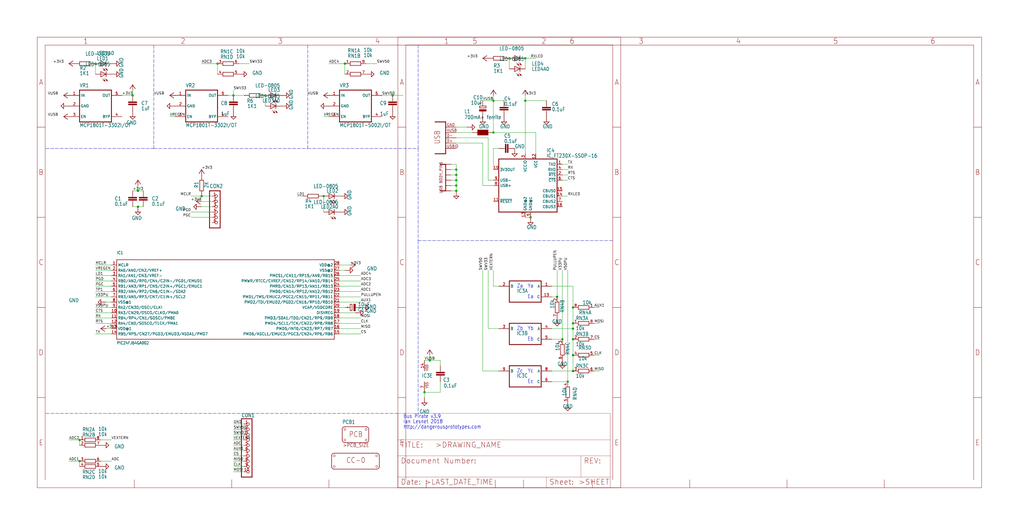
<source format=kicad_sch>
(kicad_sch (version 20211123) (generator eeschema)
  (paper "User" 490.22 254.406)
  (junction (at 165.1 30.48))
  (junction (at 251.46 27.94))
  (junction (at 38.1 220.98))
  (junction (at 236.22 63.5))
  (junction (at 251.46 48.26))
  (junction (at 187.96 45.72))
  (junction (at 269.24 162.56))
  (junction (at 243.84 27.94))
  (junction (at 203.2 187.96))
  (junction (at 63.5 45.72))
  (junction (at 218.44 86.36))
  (junction (at 218.44 88.9))
  (junction (at 274.32 157.48))
  (junction (at 274.32 170.18))
  (junction (at 218.44 91.44))
  (junction (at 205.74 172.72))
  (junction (at 111.76 45.72))
  (junction (at 45.72 30.48))
  (junction (at 104.14 30.48))
  (junction (at 66.04 99.06))
  (junction (at 274.32 162.56))
  (junction (at 154.94 93.98))
  (junction (at 274.32 177.8))
  (junction (at 38.1 210.82))
  (junction (at 218.44 81.28))
  (junction (at 274.32 147.32))
  (junction (at 236.22 48.26))
  (junction (at 254 104.14))
  (junction (at 66.04 91.44))
  (junction (at 218.44 83.82))
  (junction (at 127 45.72))
  (junction (at 271.78 182.88))
  (junction (at 266.7 142.24))
  (junction (at 274.32 154.94))
  (junction (at 96.52 93.98))
  (wire (pts (xy 218.44 60.96) (xy 223.52 60.96)))
  (wire (pts (xy 284.48 162.56) (xy 287.02 162.56)))
  (polyline (pts (xy 73.66 21.59) (xy 73.66 71.12)))
  (wire (pts (xy 274.32 162.56) (xy 274.32 170.18)))
  (wire (pts (xy 274.32 157.48) (xy 274.32 162.56)))
  (wire (pts (xy 162.56 134.62) (xy 172.72 134.62)))
  (wire (pts (xy 203.2 190.5) (xy 203.2 187.96)))
  (wire (pts (xy 116.84 210.82) (xy 111.76 210.82)))
  (wire (pts (xy 231.14 88.9) (xy 231.14 68.58)))
  (wire (pts (xy 116.84 226.06) (xy 111.76 226.06)))
  (wire (pts (xy 210.82 187.96) (xy 210.82 182.88)))
  (wire (pts (xy 264.16 182.88) (xy 271.78 182.88)))
  (wire (pts (xy 109.22 45.72) (xy 111.76 45.72)))
  (wire (pts (xy 236.22 71.12) (xy 236.22 81.28)))
  (wire (pts (xy 274.32 147.32) (xy 274.32 154.94)))
  (wire (pts (xy 236.22 129.54) (xy 236.22 137.16)))
  (wire (pts (xy 162.56 137.16) (xy 172.72 137.16)))
  (wire (pts (xy 284.48 147.32) (xy 287.02 147.32)))
  (wire (pts (xy 251.46 104.14) (xy 254 104.14)))
  (wire (pts (xy 165.1 129.54) (xy 162.56 129.54)))
  (wire (pts (xy 116.84 215.9) (xy 111.76 215.9)))
  (wire (pts (xy 38.1 220.98) (xy 33.02 220.98)))
  (wire (pts (xy 116.84 220.98) (xy 111.76 220.98)))
  (wire (pts (xy 256.54 73.66) (xy 256.54 63.5)))
  (wire (pts (xy 116.84 223.52) (xy 111.76 223.52)))
  (wire (pts (xy 203.2 187.96) (xy 210.82 187.96)))
  (wire (pts (xy 251.46 27.94) (xy 251.46 33.02)))
  (polyline (pts (xy 200.152 71.12) (xy 200.152 21.59)))
  (wire (pts (xy 162.56 142.24) (xy 172.72 142.24)))
  (wire (pts (xy 251.46 45.72) (xy 251.46 48.26)))
  (polyline (pts (xy 73.66 71.12) (xy 147.32 71.12)))
  (wire (pts (xy 53.34 157.48) (xy 50.8 157.48)))
  (wire (pts (xy 233.68 157.48) (xy 233.68 129.54)))
  (wire (pts (xy 48.26 210.82) (xy 53.34 210.82)))
  (wire (pts (xy 284.48 170.18) (xy 287.02 170.18)))
  (wire (pts (xy 162.56 154.94) (xy 172.72 154.94)))
  (wire (pts (xy 218.44 88.9) (xy 218.44 91.44)))
  (wire (pts (xy 162.56 132.08) (xy 172.72 132.08)))
  (wire (pts (xy 238.76 177.8) (xy 231.14 177.8)))
  (wire (pts (xy 251.46 27.94) (xy 256.54 27.94)))
  (wire (pts (xy 96.52 96.52) (xy 101.6 96.52)))
  (wire (pts (xy 236.22 48.26) (xy 241.3 48.26)))
  (wire (pts (xy 218.44 66.04) (xy 233.68 66.04)))
  (wire (pts (xy 284.48 154.94) (xy 287.02 154.94)))
  (polyline (pts (xy 200.152 71.12) (xy 200.152 115.316)))
  (wire (pts (xy 162.56 152.4) (xy 172.72 152.4)))
  (wire (pts (xy 38.1 210.82) (xy 33.02 210.82)))
  (wire (pts (xy 38.1 220.98) (xy 38.1 223.52)))
  (wire (pts (xy 165.1 30.48) (xy 165.1 35.56)))
  (wire (pts (xy 104.14 30.48) (xy 104.14 35.56)))
  (wire (pts (xy 63.5 99.06) (xy 66.04 99.06)))
  (wire (pts (xy 111.76 45.72) (xy 111.76 43.18)))
  (wire (pts (xy 266.7 142.24) (xy 266.7 129.54)))
  (wire (pts (xy 53.34 132.08) (xy 45.72 132.08)))
  (wire (pts (xy 116.84 205.74) (xy 111.76 205.74)))
  (wire (pts (xy 264.16 137.16) (xy 274.32 137.16)))
  (wire (pts (xy 205.74 172.72) (xy 203.2 172.72)))
  (wire (pts (xy 269.24 162.56) (xy 269.24 129.54)))
  (polyline (pts (xy 147.32 21.59) (xy 147.32 71.12)))
  (wire (pts (xy 53.34 127) (xy 45.72 127)))
  (wire (pts (xy 111.76 45.72) (xy 116.84 45.72)))
  (wire (pts (xy 175.26 30.48) (xy 180.34 30.48)))
  (wire (pts (xy 53.34 160.02) (xy 45.72 160.02)))
  (wire (pts (xy 83.82 55.88) (xy 81.28 55.88)))
  (wire (pts (xy 53.34 142.24) (xy 45.72 142.24)))
  (polyline (pts (xy 200.152 115.316) (xy 293.37 115.316)))
  (wire (pts (xy 218.44 68.58) (xy 231.14 68.58)))
  (wire (pts (xy 162.56 139.7) (xy 172.72 139.7)))
  (wire (pts (xy 238.76 137.16) (xy 236.22 137.16)))
  (wire (pts (xy 63.5 45.72) (xy 63.5 43.18)))
  (wire (pts (xy 91.44 104.14) (xy 101.6 104.14)))
  (wire (pts (xy 162.56 160.02) (xy 172.72 160.02)))
  (wire (pts (xy 154.94 93.98) (xy 154.94 101.6)))
  (wire (pts (xy 269.24 86.36) (xy 271.78 86.36)))
  (wire (pts (xy 53.34 129.54) (xy 45.72 129.54)))
  (wire (pts (xy 167.64 127) (xy 162.56 127)))
  (wire (pts (xy 218.44 83.82) (xy 218.44 86.36)))
  (wire (pts (xy 114.3 30.48) (xy 119.38 30.48)))
  (wire (pts (xy 53.34 147.32) (xy 45.72 147.32)))
  (wire (pts (xy 96.52 93.98) (xy 91.44 93.98)))
  (wire (pts (xy 63.5 91.44) (xy 66.04 91.44)))
  (wire (pts (xy 274.32 137.16) (xy 274.32 147.32)))
  (wire (pts (xy 269.24 78.74) (xy 271.78 78.74)))
  (wire (pts (xy 231.14 48.26) (xy 236.22 48.26)))
  (wire (pts (xy 236.22 88.9) (xy 231.14 88.9)))
  (wire (pts (xy 101.6 93.98) (xy 96.52 93.98)))
  (wire (pts (xy 236.22 63.5) (xy 256.54 63.5)))
  (wire (pts (xy 144.78 93.98) (xy 142.24 93.98)))
  (wire (pts (xy 215.9 83.82) (xy 218.44 83.82)))
  (wire (pts (xy 210.82 175.26) (xy 210.82 172.72)))
  (wire (pts (xy 53.34 152.4) (xy 45.72 152.4)))
  (wire (pts (xy 66.04 99.06) (xy 68.58 99.06)))
  (wire (pts (xy 218.44 81.28) (xy 218.44 83.82)))
  (wire (pts (xy 165.1 147.32) (xy 162.56 147.32)))
  (polyline (pts (xy 21.844 71.12) (xy 73.66 71.12)))
  (wire (pts (xy 215.9 78.74) (xy 218.44 78.74)))
  (wire (pts (xy 218.44 63.5) (xy 226.06 63.5)))
  (wire (pts (xy 66.04 91.44) (xy 66.04 88.9)))
  (wire (pts (xy 215.9 88.9) (xy 218.44 88.9)))
  (wire (pts (xy 269.24 83.82) (xy 271.78 83.82)))
  (wire (pts (xy 264.16 162.56) (xy 269.24 162.56)))
  (wire (pts (xy 53.34 149.86) (xy 45.72 149.86)))
  (wire (pts (xy 162.56 144.78) (xy 172.72 144.78)))
  (wire (pts (xy 243.84 27.94) (xy 243.84 33.02)))
  (wire (pts (xy 215.9 86.36) (xy 218.44 86.36)))
  (polyline (pts (xy 200.152 115.316) (xy 200.152 198.12)))
  (wire (pts (xy 205.74 170.18) (xy 205.74 172.72)))
  (wire (pts (xy 157.48 55.88) (xy 154.94 55.88)))
  (wire (pts (xy 116.84 213.36) (xy 111.76 213.36)))
  (wire (pts (xy 218.44 86.36) (xy 218.44 88.9)))
  (wire (pts (xy 104.14 30.48) (xy 96.52 30.48)))
  (wire (pts (xy 238.76 71.12) (xy 236.22 71.12)))
  (wire (pts (xy 96.52 99.06) (xy 101.6 99.06)))
  (wire (pts (xy 266.7 142.24) (xy 264.16 142.24)))
  (wire (pts (xy 53.34 144.78) (xy 50.8 144.78)))
  (wire (pts (xy 264.16 157.48) (xy 274.32 157.48)))
  (wire (pts (xy 264.16 177.8) (xy 274.32 177.8)))
  (wire (pts (xy 238.76 157.48) (xy 233.68 157.48)))
  (wire (pts (xy 53.34 134.62) (xy 45.72 134.62)))
  (wire (pts (xy 38.1 210.82) (xy 38.1 213.36)))
  (wire (pts (xy 58.42 45.72) (xy 63.5 45.72)))
  (wire (pts (xy 251.46 48.26) (xy 251.46 73.66)))
  (wire (pts (xy 116.84 218.44) (xy 111.76 218.44)))
  (wire (pts (xy 116.84 208.28) (xy 111.76 208.28)))
  (wire (pts (xy 48.26 220.98) (xy 53.34 220.98)))
  (wire (pts (xy 116.84 203.2) (xy 111.76 203.2)))
  (wire (pts (xy 215.9 81.28) (xy 218.44 81.28)))
  (wire (pts (xy 269.24 81.28) (xy 271.78 81.28)))
  (wire (pts (xy 127 45.72) (xy 127 50.8)))
  (wire (pts (xy 233.68 86.36) (xy 233.68 66.04)))
  (polyline (pts (xy 190.5 198.12) (xy 21.59 198.12)))
  (wire (pts (xy 53.34 139.7) (xy 45.72 139.7)))
  (wire (pts (xy 236.22 45.72) (xy 236.22 48.26)))
  (wire (pts (xy 261.62 48.26) (xy 251.46 48.26)))
  (wire (pts (xy 45.72 30.48) (xy 45.72 35.56)))
  (wire (pts (xy 53.34 154.94) (xy 45.72 154.94)))
  (wire (pts (xy 165.1 30.48) (xy 157.48 30.48)))
  (wire (pts (xy 218.44 78.74) (xy 218.44 81.28)))
  (polyline (pts (xy 147.32 71.12) (xy 200.152 71.12)))
  (wire (pts (xy 236.22 63.5) (xy 236.22 48.26)))
  (wire (pts (xy 215.9 91.44) (xy 218.44 91.44)))
  (wire (pts (xy 101.6 101.6) (xy 91.44 101.6)))
  (wire (pts (xy 231.14 177.8) (xy 231.14 129.54)))
  (wire (pts (xy 274.32 170.18) (xy 274.32 177.8)))
  (wire (pts (xy 274.32 154.94) (xy 274.32 157.48)))
  (wire (pts (xy 210.82 172.72) (xy 205.74 172.72)))
  (wire (pts (xy 162.56 157.48) (xy 172.72 157.48)))
  (wire (pts (xy 236.22 86.36) (xy 233.68 86.36)))
  (wire (pts (xy 284.48 177.8) (xy 287.02 177.8)))
  (wire (pts (xy 66.04 91.44) (xy 68.58 91.44)))
  (wire (pts (xy 53.34 137.16) (xy 45.72 137.16)))
  (wire (pts (xy 271.78 182.88) (xy 271.78 129.54)))
  (wire (pts (xy 170.18 149.86) (xy 162.56 149.86)))
  (wire (pts (xy 269.24 93.98) (xy 271.78 93.98)))
  (wire (pts (xy 187.96 45.72) (xy 182.88 45.72)))
  (wire (pts (xy 193.04 45.72) (xy 187.96 45.72)))
  (text "Ea" (at 254 142.24 180) (effects (font (size 1.778 1.5113))))
  (text "Ec" (at 254 182.88 180) (effects (font (size 1.778 1.5113))))
  (text "Za" (at 248.92 137.16 180) (effects (font (size 1.778 1.5113))))
  (text "Zb" (at 248.92 157.48 180) (effects (font (size 1.778 1.5113))))
  (text "Ian Lesnet 2018" (at 193.04 203.2 180) (effects (font (size 1.778 1.5113)) (justify left bottom)))
  (text "Yb" (at 254 157.48 180) (effects (font (size 1.778 1.5113))))
  (text "Yc" (at 254 177.8 180) (effects (font (size 1.778 1.5113))))
  (text "Bus Pirate v3.9" (at 193.04 200.66 180) (effects (font (size 1.778 1.5113)) (justify left bottom)))
  (text "http://dangerousprototypes.com" (at 193.04 205.74 180) (effects (font (size 1.778 1.5113)) (justify left bottom)))
  (text "Eb" (at 254 162.56 180) (effects (font (size 1.778 1.5113))))
  (text "Ya" (at 254 137.16 180) (effects (font (size 1.778 1.5113))))
  (text "Zc" (at 248.92 177.8 180) (effects (font (size 1.778 1.5113))))
  (label "CS" (at 284.48 162.56 0) (effects (font (size 1.2446 1.2446))))
  (label "ADC2" (at 172.72 137.16 0) (effects (font (size 1.2446 1.2446))))
  (label "ADC1" (at 33.02 220.98 0) (effects (font (size 1.2446 1.2446))))
  (label "PULLUPEN" (at 266.7 129.54 90) (effects (font (size 1.2446 1.2446))))
  (label "VUSB" (at 147.32 45.72 0) (effects (font (size 1.2446 1.2446))))
  (label "AUX1" (at 111.76 215.9 0) (effects (font (size 1.2446 1.2446))))
  (label "TX" (at 271.78 78.74 0) (effects (font (size 1.2446 1.2446))))
  (label "RTS" (at 271.78 83.82 0) (effects (font (size 1.2446 1.2446))))
  (label "+3V3" (at 167.64 127 0) (effects (font (size 1.2446 1.2446))))
  (label "RTS" (at 45.72 154.94 0) (effects (font (size 1.2446 1.2446))))
  (label "CTS" (at 45.72 149.86 0) (effects (font (size 1.2446 1.2446))))
  (label "MISO" (at 172.72 157.48 0) (effects (font (size 1.2446 1.2446))))
  (label "VEXTERN" (at 236.22 129.54 90) (effects (font (size 1.2446 1.2446))))
  (label "+3V3" (at 223.52 27.94 0) (effects (font (size 1.2446 1.2446))))
  (label "RXLED" (at 254 27.94 0) (effects (font (size 1.2446 1.2446))))
  (label "VREGEN" (at 45.72 129.54 0) (effects (font (size 1.2446 1.2446))))
  (label "CS" (at 172.72 160.02 0) (effects (font (size 1.2446 1.2446))))
  (label "PGD" (at 91.44 101.6 180) (effects (font (size 1.2446 1.2446))))
  (label "SWV33" (at 111.76 208.28 0) (effects (font (size 1.2446 1.2446))))
  (label "ADC" (at 111.76 213.36 0) (effects (font (size 1.2446 1.2446))))
  (label "+3V3" (at 96.52 96.52 180) (effects (font (size 1.2446 1.2446))))
  (label "+3V3" (at 25.4 30.48 0) (effects (font (size 1.2446 1.2446))))
  (label "+3V3" (at 50.8 157.48 0) (effects (font (size 1.2446 1.2446))))
  (label "RX" (at 271.78 81.28 0) (effects (font (size 1.2446 1.2446))))
  (label "GND" (at 111.76 203.2 0) (effects (font (size 1.2446 1.2446))))
  (label "MOSI" (at 284.48 154.94 0) (effects (font (size 1.2446 1.2446))))
  (label "+3V3" (at 96.52 81.28 0) (effects (font (size 1.2446 1.2446))))
  (label "ADC4" (at 157.48 30.48 0) (effects (font (size 1.2446 1.2446))))
  (label "CLK" (at 284.48 170.18 0) (effects (font (size 1.2446 1.2446))))
  (label "+3V3" (at 63.5 91.44 0) (effects (font (size 1.2446 1.2446))))
  (label "VUSB" (at 231.14 48.26 0) (effects (font (size 1.2446 1.2446))))
  (label "VEXTERN" (at 111.76 210.82 0) (effects (font (size 1.2446 1.2446))))
  (label "CS" (at 111.76 218.44 0) (effects (font (size 1.2446 1.2446))))
  (label "+3V3" (at 58.42 45.72 0) (effects (font (size 1.2446 1.2446))))
  (label "MCLR" (at 45.72 127 0) (effects (font (size 1.2446 1.2446))))
  (label "MOSI" (at 172.72 152.4 0) (effects (font (size 1.2446 1.2446))))
  (label "V50PU" (at 45.72 147.32 0) (effects (font (size 1.2446 1.2446))))
  (label "VUSB" (at 22.86 45.72 0) (effects (font (size 1.2446 1.2446))))
  (label "ADC2" (at 33.02 210.82 0) (effects (font (size 1.2446 1.2446))))
  (label "VREGEN" (at 81.28 55.88 0) (effects (font (size 1.2446 1.2446))))
  (label "LD1" (at 45.72 132.08 0) (effects (font (size 1.2446 1.2446))))
  (label "ADC3" (at 96.52 30.48 0) (effects (font (size 1.2446 1.2446))))
  (label "+3V3" (at 251.46 45.72 0) (effects (font (size 1.2446 1.2446))))
  (label "PULLUPEN" (at 172.72 142.24 0) (effects (font (size 1.2446 1.2446))))
  (label "ADC3" (at 172.72 134.62 0) (effects (font (size 1.2446 1.2446))))
  (label "RX" (at 45.72 152.4 0) (effects (font (size 1.2446 1.2446))))
  (label "PGC" (at 45.72 137.16 0) (effects (font (size 1.2446 1.2446))))
  (label "RXLED" (at 271.78 93.98 0) (effects (font (size 1.2446 1.2446))))
  (label "VREGEN" (at 154.94 55.88 0) (effects (font (size 1.2446 1.2446))))
  (label "MOSI" (at 111.76 226.06 0) (effects (font (size 1.2446 1.2446))))
  (label "V50PU" (at 271.78 129.54 90) (effects (font (size 1.2446 1.2446))))
  (label "VUSB" (at 22.86 55.88 0) (effects (font (size 1.2446 1.2446))))
  (label "TX" (at 45.72 160.02 0) (effects (font (size 1.2446 1.2446))))
  (label "PGD" (at 45.72 134.62 0) (effects (font (size 1.2446 1.2446))))
  (label "VUSB" (at 203.2 172.72 0) (effects (font (size 1.2446 1.2446))))
  (label "SWV50" (at 180.34 30.48 0) (effects (font (size 1.2446 1.2446))))
  (label "SWV50" (at 182.88 45.72 0) (effects (font (size 1.2446 1.2446))))
  (label "AUX1" (at 284.48 147.32 0) (effects (font (size 1.2446 1.2446))))
  (label "MCLR" (at 91.44 93.98 180) (effects (font (size 1.2446 1.2446))))
  (label "CTS" (at 271.78 86.36 0) (effects (font (size 1.2446 1.2446))))
  (label "LD1" (at 142.24 93.98 0) (effects (font (size 1.2446 1.2446))))
  (label "ADC1" (at 172.72 139.7 0) (effects (font (size 1.2446 1.2446))))
  (label "MISO" (at 111.76 220.98 0) (effects (font (size 1.2446 1.2446))))
  (label "V33PU" (at 45.72 142.24 0) (effects (font (size 1.2446 1.2446))))
  (label "SWV33" (at 111.76 43.18 0) (effects (font (size 1.2446 1.2446))))
  (label "PGC" (at 91.44 104.14 180) (effects (font (size 1.2446 1.2446))))
  (label "VEXTERN" (at 53.34 210.82 0) (effects (font (size 1.2446 1.2446))))
  (label "ADC4" (at 172.72 132.08 0) (effects (font (size 1.2446 1.2446))))
  (label "SWV50" (at 231.14 129.54 90) (effects (font (size 1.2446 1.2446))))
  (label "V33PU" (at 269.24 129.54 90) (effects (font (size 1.2446 1.2446))))
  (label "SWV50" (at 111.76 205.74 0) (effects (font (size 1.2446 1.2446))))
  (label "VUSB" (at 73.66 45.72 0) (effects (font (size 1.2446 1.2446))))
  (label "CLK" (at 111.76 223.52 0) (effects (font (size 1.2446 1.2446))))
  (label "SWV33" (at 233.68 129.54 90) (effects (font (size 1.2446 1.2446))))
  (label "CLK" (at 172.72 154.94 0) (effects (font (size 1.2446 1.2446))))
  (label "SWV33" (at 119.38 30.48 0) (effects (font (size 1.2446 1.2446))))
  (label "MISO" (at 284.48 177.8 0) (effects (font (size 1.2446 1.2446))))
  (label "AUX1" (at 172.72 144.78 0) (effects (font (size 1.2446 1.2446))))
  (label "ADC" (at 53.34 220.98 0) (effects (font (size 1.2446 1.2446))))
  (label "TP1" (at 45.72 139.7 0) (effects (font (size 1.2446 1.2446))))
  (symbol (lib_id "schematicEagle-eagle-import:CAPC603") (at 243.84 71.12 90) (unit 1)
    (property "Reference" "C5" (at 241.3 66.04 90) (effects (font (size 1.778 1.5113)) (justify right top)))
    (property "Value" "0.1uF" (at 241.3 68.58 90) (effects (font (size 1.778 1.5113)) (justify right top)))
    (property "Footprint" "schematicEagle:C603" (effects hide))
  )
  (symbol (lib_id "schematicEagle-eagle-import:SUPPLY_+3V3") (at 233.68 27.94 90) (unit 1)
    (property "Reference" "#+3V9" (effects hide))
    (property "Value" "SUPPLY_+3V3" (effects hide))
    (property "Footprint" "schematicEagle:" (effects hide))
  )
  (symbol (lib_id "schematicEagle-eagle-import:LED-0805") (at 157.48 93.98 90) (unit 1)
    (property "Reference" "LED2" (at 162.052 90.424 90) (effects (font (size 1.778 1.5113)) (justify left bottom)))
    (property "Value" "LED-0805" (at 162.052 88.265 90) (effects (font (size 1.778 1.5113)) (justify left bottom)))
    (property "Footprint" "schematicEagle:LED-805" (effects hide))
  )
  (symbol (lib_id "schematicEagle-eagle-import:GND") (at 50.8 213.36 90) (mirror x) (unit 1)
    (property "Reference" "#V15" (effects hide))
    (property "Value" "GND" (at 54.737 212.979 90) (effects (font (size 1.778 1.5113)) (justify right top)))
    (property "Footprint" "schematicEagle:" (effects hide))
  )
  (symbol (lib_id "schematicEagle-eagle-import:RNETWORK") (at 109.22 35.56 0) (unit 4)
    (property "Reference" "RN1" (at 105.41 28.2194 0) (effects (font (size 1.778 1.5113)) (justify left bottom)))
    (property "Value" "10k" (at 113.03 27.94 0) (effects (font (size 1.778 1.5113)) (justify left bottom)))
    (property "Footprint" "schematicEagle:RN8P-4R-CRA06S" (effects hide))
  )
  (symbol (lib_id "schematicEagle-eagle-import:GND") (at 165.1 93.98 90) (unit 1)
    (property "Reference" "#V27" (effects hide))
    (property "Value" "GND" (at 168.275 95.885 0) (effects (font (size 1.778 1.5113)) (justify left bottom)))
    (property "Footprint" "schematicEagle:" (effects hide))
  )
  (symbol (lib_id "schematicEagle-eagle-import:RNETWORK") (at 170.18 30.48 0) (unit 1)
    (property "Reference" "RN1" (at 166.37 25.1714 0) (effects (font (size 1.778 1.5113)) (justify left bottom)))
    (property "Value" "10k" (at 173.99 24.892 0) (effects (font (size 1.778 1.5113)) (justify left bottom)))
    (property "Footprint" "schematicEagle:RN8P-4R-CRA06S" (effects hide))
  )
  (symbol (lib_id "schematicEagle-eagle-import:4066") (at 203.2 180.34 0) (unit 5)
    (property "Reference" "IC3" (at 201.93 180.975 0) (effects (font (size 1.778 1.5113)) (justify left bottom)))
    (property "Value" "4066" (effects hide))
    (property "Footprint" "schematicEagle:TSSOP14" (effects hide))
  )
  (symbol (lib_id "schematicEagle-eagle-import:PIC24FJ64GA002") (at 106.68 142.24 0) (unit 1)
    (property "Reference" "IC1" (at 55.88 121.92 0) (effects (font (size 1.4224 1.209)) (justify left bottom)))
    (property "Value" "PIC24FJ64GA002" (at 55.88 165.1 0) (effects (font (size 1.4224 1.209)) (justify left bottom)))
    (property "Footprint" "schematicEagle:SSOP28" (effects hide))
  )
  (symbol (lib_id "schematicEagle-eagle-import:GND") (at 261.62 58.42 0) (unit 1)
    (property "Reference" "#V11" (effects hide))
    (property "Value" "GND" (at 259.715 61.595 0) (effects (font (size 1.778 1.5113)) (justify left bottom)))
    (property "Footprint" "schematicEagle:" (effects hide))
  )
  (symbol (lib_id "schematicEagle-eagle-import:CON_HEADER_1X06-PTH") (at 101.6 99.06 0) (unit 1)
    (property "Reference" "CON2" (at 100.33 90.17 0) (effects (font (size 1.778 1.5113)) (justify left bottom)))
    (property "Value" "CON_HEADER_1X06-PTH" (effects hide))
    (property "Footprint" "schematicEagle:M1X6" (effects hide))
  )
  (symbol (lib_id "schematicEagle-eagle-import:IC_FT230X-SSOP-16") (at 254 88.9 0) (mirror y) (unit 1)
    (property "Reference" "IC4" (at 261.62 71.12 0) (effects (font (size 1.778 1.5113)) (justify right top)))
    (property "Value" "IC_FT230X-SSOP-16" (at 261.62 73.66 0) (effects (font (size 1.778 1.5113)) (justify right top)))
    (property "Footprint" "schematicEagle:SSOP-16-FTDI" (effects hide))
  )
  (symbol (lib_id "schematicEagle-eagle-import:RNETWORK") (at 266.7 147.32 270) (unit 2)
    (property "Reference" "RN4" (at 268.1986 143.51 0) (effects (font (size 1.778 1.5113)) (justify left bottom)))
    (property "Value" "10k" (at 263.398 143.51 0) (effects (font (size 1.778 1.5113)) (justify left bottom)))
    (property "Footprint" "schematicEagle:RN8P-4R-CRA06S" (effects hide))
  )
  (symbol (lib_id "schematicEagle-eagle-import:RNETWORK") (at 43.18 220.98 0) (unit 3)
    (property "Reference" "RN2" (at 39.37 227.1014 0) (effects (font (size 1.778 1.5113)) (justify left bottom)))
    (property "Value" "10k" (at 46.99 226.822 0) (effects (font (size 1.778 1.5113)) (justify left bottom)))
    (property "Footprint" "schematicEagle:RN8P-4R-CRA06S" (effects hide))
  )
  (symbol (lib_id "schematicEagle-eagle-import:SUPPLY_VUSB") (at 33.02 55.88 90) (unit 1)
    (property "Reference" "#VUSB6" (effects hide))
    (property "Value" "SUPPLY_VUSB" (effects hide))
    (property "Footprint" "schematicEagle:" (effects hide))
  )
  (symbol (lib_id "schematicEagle-eagle-import:CPOL-EUSMCA") (at 167.64 147.32 90) (unit 1)
    (property "Reference" "C11" (at 171.323 149.3774 90) (effects (font (size 1.778 1.5113)) (justify right top)))
    (property "Value" "10uF" (at 171.323 146.8374 90) (effects (font (size 1.778 1.5113)) (justify right top)))
    (property "Footprint" "schematicEagle:SMC_A" (effects hide))
  )
  (symbol (lib_id "schematicEagle-eagle-import:GND") (at 218.44 93.98 0) (unit 1)
    (property "Reference" "#V17" (effects hide))
    (property "Value" "GND" (effects hide))
    (property "Footprint" "schematicEagle:" (effects hide))
  )
  (symbol (lib_id "schematicEagle-eagle-import:CON-USB-F-MICRO-B") (at 213.36 86.36 0) (unit 2)
    (property "Reference" "CON3" (effects hide))
    (property "Value" "CON-USB-F-MICRO-B" (effects hide))
    (property "Footprint" "schematicEagle:CON_USB_MICRO-B-1-MD05SMXXX-01" (effects hide))
  )
  (symbol (lib_id "schematicEagle-eagle-import:GND") (at 269.24 175.26 0) (unit 1)
    (property "Reference" "#V30" (effects hide))
    (property "Value" "GND" (at 266.827 175.387 0) (effects (font (size 1.778 1.5113)) (justify left bottom)))
    (property "Footprint" "schematicEagle:" (effects hide))
  )
  (symbol (lib_id "schematicEagle-eagle-import:GND") (at 226.06 60.96 90) (unit 1)
    (property "Reference" "#V35" (effects hide))
    (property "Value" "GND" (effects hide))
    (property "Footprint" "schematicEagle:" (effects hide))
  )
  (symbol (lib_id "schematicEagle-eagle-import:MIC5205") (at 45.72 50.8 0) (unit 1)
    (property "Reference" "VR1" (at 38.1 41.91 0) (effects (font (size 1.778 1.5113)) (justify left bottom)))
    (property "Value" "MCP1801T-3302I/OT" (at 38.1 60.96 0) (effects (font (size 1.778 1.5113)) (justify left bottom)))
    (property "Footprint" "schematicEagle:SOT-23-5" (effects hide))
  )
  (symbol (lib_id "schematicEagle-eagle-import:RNETWORK") (at 279.4 170.18 0) (unit 4)
    (property "Reference" "RN3" (at 276.86 167.64 0) (effects (font (size 1.778 1.5113)) (justify left bottom)))
    (property "Value" "10k" (at 276.86 172.72 0) (effects (font (size 1.778 1.5113)) (justify left bottom)))
    (property "Footprint" "schematicEagle:RN8P-4R-CRA06S" (effects hide))
  )
  (symbol (lib_id "schematicEagle-eagle-import:RNETWORK") (at 271.78 187.96 270) (unit 4)
    (property "Reference" "RN4" (at 274.32 185.42 0) (effects (font (size 1.778 1.5113)) (justify left bottom)))
    (property "Value" "10k" (at 269.24 185.42 0) (effects (font (size 1.778 1.5113)) (justify left bottom)))
    (property "Footprint" "schematicEagle:RN8P-4R-CRA06S" (effects hide))
  )
  (symbol (lib_id "schematicEagle-eagle-import:SUPPLY_+3V3") (at 96.52 96.52 90) (unit 1)
    (property "Reference" "#+3V7" (effects hide))
    (property "Value" "SUPPLY_+3V3" (effects hide))
    (property "Footprint" "schematicEagle:" (effects hide))
  )
  (symbol (lib_id "schematicEagle-eagle-import:SUPPLY_VUSB") (at 33.02 45.72 90) (unit 1)
    (property "Reference" "#VUSB2" (effects hide))
    (property "Value" "SUPPLY_VUSB" (effects hide))
    (property "Footprint" "schematicEagle:" (effects hide))
  )
  (symbol (lib_id "schematicEagle-eagle-import:RNETWORK") (at 170.18 35.56 0) (unit 2)
    (property "Reference" "RN1" (at 166.37 27.7114 0) (effects (font (size 1.778 1.5113)) (justify left bottom)))
    (property "Value" "10k" (at 173.99 27.432 0) (effects (font (size 1.778 1.5113)) (justify left bottom)))
    (property "Footprint" "schematicEagle:RN8P-4R-CRA06S" (effects hide))
  )
  (symbol (lib_id "schematicEagle-eagle-import:SUPPLY_VUSB") (at 157.48 45.72 90) (unit 1)
    (property "Reference" "#VUSB4" (effects hide))
    (property "Value" "SUPPLY_VUSB" (effects hide))
    (property "Footprint" "schematicEagle:" (effects hide))
  )
  (symbol (lib_id "schematicEagle-eagle-import:GND") (at 231.14 58.42 0) (unit 1)
    (property "Reference" "#V23" (effects hide))
    (property "Value" "GND" (at 229.235 61.595 0) (effects (font (size 1.778 1.5113)) (justify left bottom)))
    (property "Footprint" "schematicEagle:" (effects hide))
  )
  (symbol (lib_id "schematicEagle-eagle-import:GND") (at 246.38 73.66 0) (unit 1)
    (property "Reference" "#V3" (effects hide))
    (property "Value" "GND" (at 246.38 71.12 0) (effects (font (size 1.778 1.5113)) (justify left bottom)))
    (property "Footprint" "schematicEagle:" (effects hide))
  )
  (symbol (lib_id "schematicEagle-eagle-import:MIC5205") (at 96.52 50.8 0) (unit 1)
    (property "Reference" "VR2" (at 88.9 41.91 0) (effects (font (size 1.778 1.5113)) (justify left bottom)))
    (property "Value" "MCP1801T-3302I/OT" (at 88.9 60.96 0) (effects (font (size 1.778 1.5113)) (justify left bottom)))
    (property "Footprint" "schematicEagle:SOT-23-5" (effects hide))
  )
  (symbol (lib_id "schematicEagle-eagle-import:SUPPLY_+3V3") (at 35.56 30.48 90) (unit 1)
    (property "Reference" "#+3V8" (effects hide))
    (property "Value" "SUPPLY_+3V3" (effects hide))
    (property "Footprint" "schematicEagle:" (effects hide))
  )
  (symbol (lib_id "schematicEagle-eagle-import:RESISTORR603") (at 96.52 88.9 90) (unit 1)
    (property "Reference" "R1" (at 95.0214 90.17 0) (effects (font (size 1.778 1.5113)) (justify left bottom)))
    (property "Value" "2K" (at 99.822 90.17 0) (effects (font (size 1.778 1.5113)) (justify left bottom)))
    (property "Footprint" "schematicEagle:R603" (effects hide))
  )
  (symbol (lib_id "schematicEagle-eagle-import:CAPC603") (at 111.76 50.8 0) (unit 1)
    (property "Reference" "C8" (at 105.664 50.419 0) (effects (font (size 1.778 1.5113)) (justify left bottom)))
    (property "Value" "1uF" (at 105.664 55.499 0) (effects (font (size 1.778 1.5113)) (justify left bottom)))
    (property "Footprint" "schematicEagle:C603" (effects hide))
  )
  (symbol (lib_id "schematicEagle-eagle-import:MIC5205") (at 170.18 50.8 0) (unit 1)
    (property "Reference" "VR3" (at 162.56 41.91 0) (effects (font (size 1.778 1.5113)) (justify left bottom)))
    (property "Value" "MCP1801T-5002I/OT" (at 162.56 60.96 0) (effects (font (size 1.778 1.5113)) (justify left bottom)))
    (property "Footprint" "schematicEagle:SOT-23-5" (effects hide))
  )
  (symbol (lib_id "schematicEagle-eagle-import:GND") (at 154.94 50.8 270) (unit 1)
    (property "Reference" "#V21" (effects hide))
    (property "Value" "GND" (effects hide))
    (property "Footprint" "schematicEagle:" (effects hide))
  )
  (symbol (lib_id "schematicEagle-eagle-import:SUPPLY_VUSB") (at 83.82 45.72 90) (unit 1)
    (property "Reference" "#VUSB3" (effects hide))
    (property "Value" "SUPPLY_VUSB" (effects hide))
    (property "Footprint" "schematicEagle:" (effects hide))
  )
  (symbol (lib_id "schematicEagle-eagle-import:LED-0805") (at 48.26 35.56 90) (unit 1)
    (property "Reference" "LED1" (at 46.228 28.956 90) (effects (font (size 1.778 1.5113)) (justify right top)))
    (property "Value" "LED-0805" (at 52.832 29.845 90) (effects (font (size 1.778 1.5113)) (justify left bottom)))
    (property "Footprint" "schematicEagle:LED-805" (effects hide))
  )
  (symbol (lib_id "schematicEagle-eagle-import:WE-KIL_0805") (at 231.14 63.5 0) (unit 1)
    (property "Reference" "L1" (at 222.25 54.356 0) (effects (font (size 1.778 1.5113)) (justify left bottom)))
    (property "Value" "700mA+ ferrite" (at 222.25 57.15 0) (effects (font (size 1.778 1.5113)) (justify left bottom)))
    (property "Footprint" "schematicEagle:WE-KI_0805_B" (effects hide))
  )
  (symbol (lib_id "schematicEagle-eagle-import:PCB_DP_SQUARE-5X5") (at 170.18 208.28 0) (unit 1)
    (property "Reference" "PCB1" (at 163.83 203.2 0) (effects (font (size 1.778 1.5113)) (justify left bottom)))
    (property "Value" "PCB_DP_SQUARE-5X5" (effects hide))
    (property "Footprint" "schematicEagle:DP5050_V1" (effects hide))
  )
  (symbol (lib_id "schematicEagle-eagle-import:RNETWORK") (at 43.18 223.52 0) (unit 4)
    (property "Reference" "RN2" (at 39.37 229.6414 0) (effects (font (size 1.778 1.5113)) (justify left bottom)))
    (property "Value" "10k" (at 46.99 229.362 0) (effects (font (size 1.778 1.5113)) (justify left bottom)))
    (property "Footprint" "schematicEagle:RN8P-4R-CRA06S" (effects hide))
  )
  (symbol (lib_id "schematicEagle-eagle-import:LED-0805") (at 246.38 27.94 90) (unit 1)
    (property "Reference" "LED4" (at 254.508 31.496 90) (effects (font (size 1.778 1.5113)) (justify right top)))
    (property "Value" "LED-0805" (at 250.952 22.225 90) (effects (font (size 1.778 1.5113)) (justify left bottom)))
    (property "Footprint" "schematicEagle:LED-805" (effects hide))
  )
  (symbol (lib_id "schematicEagle-eagle-import:GND") (at 81.28 50.8 270) (unit 1)
    (property "Reference" "#V18" (effects hide))
    (property "Value" "GND" (effects hide))
    (property "Footprint" "schematicEagle:" (effects hide))
  )
  (symbol (lib_id "schematicEagle-eagle-import:GND") (at 63.5 55.88 0) (unit 1)
    (property "Reference" "#V19" (effects hide))
    (property "Value" "GND" (at 65.405 57.785 0) (effects (font (size 1.778 1.5113)) (justify right top)))
    (property "Footprint" "schematicEagle:" (effects hide))
  )
  (symbol (lib_id "schematicEagle-eagle-import:4066") (at 251.46 160.02 0) (mirror y) (unit 2)
    (property "Reference" "IC3" (at 252.73 160.655 0) (effects (font (size 1.778 1.5113)) (justify left bottom)))
    (property "Value" "4066" (effects hide))
    (property "Footprint" "schematicEagle:TSSOP14" (effects hide))
  )
  (symbol (lib_id "schematicEagle-eagle-import:GND") (at 55.88 35.56 90) (unit 1)
    (property "Reference" "#V2" (effects hide))
    (property "Value" "GND" (at 59.055 37.465 0) (effects (font (size 1.778 1.5113)) (justify left bottom)))
    (property "Footprint" "schematicEagle:" (effects hide))
  )
  (symbol (lib_id "schematicEagle-eagle-import:GND") (at 93.98 99.06 270) (unit 1)
    (property "Reference" "#V12" (effects hide))
    (property "Value" "GND" (at 88.9 99.06 90) (effects (font (size 1.778 1.5113)) (justify right top)))
    (property "Footprint" "schematicEagle:" (effects hide))
  )
  (symbol (lib_id "schematicEagle-eagle-import:RESISTORR603") (at 149.86 93.98 180) (unit 1)
    (property "Reference" "R4" (at 146.05 97.282 0) (effects (font (size 1.778 1.5113)) (justify right top)))
    (property "Value" "1K1" (at 145.796 99.822 0) (effects (font (size 1.778 1.5113)) (justify right top)))
    (property "Footprint" "schematicEagle:R603" (effects hide))
  )
  (symbol (lib_id "schematicEagle-eagle-import:FRAME_A_L") (at 190.5 233.68 0) (unit 2)
    (property "Reference" "#FRAME2" (effects hide))
    (property "Value" "FRAME_A_L" (effects hide))
    (property "Footprint" "schematicEagle:" (effects hide))
  )
  (symbol (lib_id "schematicEagle-eagle-import:SUPPLY_+3V3") (at 63.5 43.18 0) (unit 1)
    (property "Reference" "#+3V1" (effects hide))
    (property "Value" "SUPPLY_+3V3" (effects hide))
    (property "Footprint" "schematicEagle:" (effects hide))
  )
  (symbol (lib_id "schematicEagle-eagle-import:SUPPLY_+3V3") (at 66.04 88.9 0) (unit 1)
    (property "Reference" "#+3V3" (effects hide))
    (property "Value" "SUPPLY_+3V3" (effects hide))
    (property "Footprint" "schematicEagle:" (effects hide))
  )
  (symbol (lib_id "schematicEagle-eagle-import:RESISTORR603") (at 238.76 27.94 0) (mirror y) (unit 1)
    (property "Reference" "R3" (at 236.22 30.48 0) (effects (font (size 1.778 1.5113)) (justify right top)))
    (property "Value" "1K1" (at 236.22 33.02 0) (effects (font (size 1.778 1.5113)) (justify right top)))
    (property "Footprint" "schematicEagle:R603" (effects hide))
  )
  (symbol (lib_id "schematicEagle-eagle-import:GND") (at 266.7 154.94 0) (unit 1)
    (property "Reference" "#V26" (effects hide))
    (property "Value" "GND" (at 264.287 155.067 0) (effects (font (size 1.778 1.5113)) (justify left bottom)))
    (property "Footprint" "schematicEagle:" (effects hide))
  )
  (symbol (lib_id "schematicEagle-eagle-import:CAPC603") (at 63.5 50.8 0) (unit 1)
    (property "Reference" "C7" (at 67.564 50.419 0) (effects (font (size 1.778 1.5113)) (justify left bottom)))
    (property "Value" "1uF" (at 67.564 52.959 0) (effects (font (size 1.778 1.5113)) (justify left bottom)))
    (property "Footprint" "schematicEagle:C603" (effects hide))
  )
  (symbol (lib_id "schematicEagle-eagle-import:LED-0805") (at 129.54 50.8 90) (unit 1)
    (property "Reference" "LED3A0" (at 134.112 47.244 90) (effects (font (size 1.778 1.5113)) (justify left bottom)))
    (property "Value" "LED-0805" (at 134.112 45.085 90) (effects (font (size 1.778 1.5113)) (justify left bottom)))
    (property "Footprint" "schematicEagle:LED-805" (effects hide))
  )
  (symbol (lib_id "schematicEagle-eagle-import:SUPPLY_+3V3") (at 251.46 45.72 0) (unit 1)
    (property "Reference" "#+3V2" (effects hide))
    (property "Value" "SUPPLY_+3V3" (effects hide))
    (property "Footprint" "schematicEagle:" (effects hide))
  )
  (symbol (lib_id "schematicEagle-eagle-import:GND") (at 254 106.68 0) (unit 1)
    (property "Reference" "#V20" (effects hide))
    (property "Value" "GND" (at 252.095 109.855 0) (effects (font (size 1.778 1.5113)) (justify left bottom)))
    (property "Footprint" "schematicEagle:" (effects hide))
  )
  (symbol (lib_id "schematicEagle-eagle-import:SUPPLY_+3V3") (at 96.52 83.82 0) (unit 1)
    (property "Reference" "#+3V4" (effects hide))
    (property "Value" "SUPPLY_+3V3" (effects hide))
    (property "Footprint" "schematicEagle:" (effects hide))
  )
  (symbol (lib_id "schematicEagle-eagle-import:RNETWORK") (at 269.24 167.64 270) (unit 3)
    (property "Reference" "RN4" (at 270.7386 163.83 0) (effects (font (size 1.778 1.5113)) (justify left bottom)))
    (property "Value" "10k" (at 265.938 163.83 0) (effects (font (size 1.778 1.5113)) (justify left bottom)))
    (property "Footprint" "schematicEagle:RN8P-4R-CRA06S" (effects hide))
  )
  (symbol (lib_id "schematicEagle-eagle-import:GND") (at 187.96 55.88 0) (unit 1)
    (property "Reference" "#V16" (effects hide))
    (property "Value" "GND" (effects hide))
    (property "Footprint" "schematicEagle:" (effects hide))
  )
  (symbol (lib_id "schematicEagle-eagle-import:LOGO_CC-0") (at 170.18 220.98 0) (unit 1)
    (property "Reference" "LOGO1" (effects hide))
    (property "Value" "LOGO_CC-0" (effects hide))
    (property "Footprint" "schematicEagle:LOGO_CC-0" (effects hide))
  )
  (symbol (lib_id "schematicEagle-eagle-import:GND") (at 203.2 193.04 0) (unit 1)
    (property "Reference" "#V10" (effects hide))
    (property "Value" "GND" (at 200.787 198.247 0) (effects (font (size 1.778 1.5113)) (justify left bottom)))
    (property "Footprint" "schematicEagle:" (effects hide))
  )
  (symbol (lib_id "schematicEagle-eagle-import:RNETWORK") (at 279.4 147.32 180) (unit 1)
    (property "Reference" "RN4" (at 283.21 148.8186 0) (effects (font (size 1.778 1.5113)) (justify left bottom)))
    (property "Value" "10k" (at 283.21 144.018 0) (effects (font (size 1.778 1.5113)) (justify left bottom)))
    (property "Footprint" "schematicEagle:RN8P-4R-CRA06S" (effects hide))
  )
  (symbol (lib_id "schematicEagle-eagle-import:GND") (at 48.26 144.78 270) (unit 1)
    (property "Reference" "#V7" (effects hide))
    (property "Value" "GND" (at 32.893 144.907 90) (effects (font (size 1.778 1.5113)) (justify left bottom)))
    (property "Footprint" "schematicEagle:" (effects hide))
  )
  (symbol (lib_id "schematicEagle-eagle-import:CAPC603") (at 68.58 96.52 0) (unit 1)
    (property "Reference" "C2" (at 72.644 96.139 0) (effects (font (size 1.778 1.5113)) (justify left bottom)))
    (property "Value" "0.1uF" (at 72.644 98.679 0) (effects (font (size 1.778 1.5113)) (justify left bottom)))
    (property "Footprint" "schematicEagle:C603" (effects hide))
  )
  (symbol (lib_id "schematicEagle-eagle-import:RNETWORK") (at 279.4 177.8 0) (unit 3)
    (property "Reference" "RN3" (at 275.59 176.3014 0) (effects (font (size 1.778 1.5113)) (justify left bottom)))
    (property "Value" "10k" (at 275.59 181.102 0) (effects (font (size 1.778 1.5113)) (justify left bottom)))
    (property "Footprint" "schematicEagle:RN8P-4R-CRA06S" (effects hide))
  )
  (symbol (lib_id "schematicEagle-eagle-import:GND") (at 241.3 58.42 0) (unit 1)
    (property "Reference" "#V37" (effects hide))
    (property "Value" "GND" (at 239.395 61.595 0) (effects (font (size 1.778 1.5113)) (justify left bottom)))
    (property "Footprint" "schematicEagle:" (effects hide))
  )
  (symbol (lib_id "schematicEagle-eagle-import:CON_HEADER_1X10-RIGHT_ANGLED_PTH_SHROUDED") (at 116.84 215.9 0) (unit 1)
    (property "Reference" "CON1" (at 115.57 200.025 0) (effects (font (size 1.778 1.5113)) (justify left bottom)))
    (property "Value" "CON_HEADER_1X10-RIGHT_ANGLED_PTH_SHROUDED" (effects hide))
    (property "Footprint" "schematicEagle:M1X10_MALE_RIGHT_ANGLES_PTH_SHROUDED" (effects hide))
  )
  (symbol (lib_id "schematicEagle-eagle-import:GND") (at 55.88 30.48 90) (unit 1)
    (property "Reference" "#V40" (effects hide))
    (property "Value" "GND" (at 59.055 32.385 0) (effects (font (size 1.778 1.5113)) (justify left bottom)))
    (property "Footprint" "schematicEagle:" (effects hide))
  )
  (symbol (lib_id "schematicEagle-eagle-import:RNETWORK") (at 279.4 162.56 0) (unit 2)
    (property "Reference" "RN3" (at 275.59 161.0614 0) (effects (font (size 1.778 1.5113)) (justify left bottom)))
    (property "Value" "10k" (at 275.59 165.862 0) (effects (font (size 1.778 1.5113)) (justify left bottom)))
    (property "Footprint" "schematicEagle:RN8P-4R-CRA06S" (effects hide))
  )
  (symbol (lib_id "schematicEagle-eagle-import:GND") (at 111.76 55.88 0) (unit 1)
    (property "Reference" "#V14" (effects hide))
    (property "Value" "GND" (effects hide))
    (property "Footprint" "schematicEagle:" (effects hide))
  )
  (symbol (lib_id "schematicEagle-eagle-import:LED-0805") (at 48.26 30.48 90) (unit 1)
    (property "Reference" "LED1A0" (at 46.228 26.416 90) (effects (font (size 1.778 1.5113)) (justify right top)))
    (property "Value" "LED-0805" (at 52.832 24.765 90) (effects (font (size 1.778 1.5113)) (justify left bottom)))
    (property "Footprint" "schematicEagle:LED-805" (effects hide))
  )
  (symbol (lib_id "schematicEagle-eagle-import:CAPC603") (at 241.3 53.34 0) (unit 1)
    (property "Reference" "C4" (at 241.3 48.26 0) (effects (font (size 1.778 1.5113)) (justify left bottom)))
    (property "Value" "0.1uF" (at 241.3 50.8 0) (effects (font (size 1.778 1.5113)) (justify left bottom)))
    (property "Footprint" "schematicEagle:C603" (effects hide))
  )
  (symbol (lib_id "schematicEagle-eagle-import:CAPC603") (at 63.5 96.52 0) (unit 1)
    (property "Reference" "C1" (at 54.864 96.139 0) (effects (font (size 1.778 1.5113)) (justify left bottom)))
    (property "Value" "0.1uF" (at 54.864 98.679 0) (effects (font (size 1.778 1.5113)) (justify left bottom)))
    (property "Footprint" "schematicEagle:C603" (effects hide))
  )
  (symbol (lib_id "schematicEagle-eagle-import:SUPPLY_VUSB") (at 236.22 45.72 0) (unit 1)
    (property "Reference" "#VUSB1" (effects hide))
    (property "Value" "SUPPLY_VUSB" (effects hide))
    (property "Footprint" "schematicEagle:" (effects hide))
  )
  (symbol (lib_id "schematicEagle-eagle-import:4066") (at 251.46 180.34 0) (mirror y) (unit 3)
    (property "Reference" "IC3" (at 252.73 180.975 0) (effects (font (size 1.778 1.5113)) (justify left bottom)))
    (property "Value" "4066" (effects hide))
    (property "Footprint" "schematicEagle:TSSOP14" (effects hide))
  )
  (symbol (lib_id "schematicEagle-eagle-import:LED-0805") (at 246.38 33.02 90) (unit 1)
    (property "Reference" "LED4A0" (at 254.508 34.036 90) (effects (font (size 1.778 1.5113)) (justify right top)))
    (property "Value" "LED-0805" (at 250.952 27.305 90) (effects (font (size 1.778 1.5113)) (justify left bottom)))
    (property "Footprint" "schematicEagle:LED-805" (effects hide))
  )
  (symbol (lib_id "schematicEagle-eagle-import:GND") (at 50.8 223.52 90) (mirror x) (unit 1)
    (property "Reference" "#V29" (effects hide))
    (property "Value" "GND" (at 54.737 223.139 90) (effects (font (size 1.778 1.5113)) (justify right top)))
    (property "Footprint" "schematicEagle:" (effects hide))
  )
  (symbol (lib_id "schematicEagle-eagle-import:GND") (at 165.1 101.6 90) (unit 1)
    (property "Reference" "#V36" (effects hide))
    (property "Value" "GND" (at 168.275 103.505 0) (effects (font (size 1.778 1.5113)) (justify left bottom)))
    (property "Footprint" "schematicEagle:" (effects hide))
  )
  (symbol (lib_id "schematicEagle-eagle-import:CAPC603") (at 187.96 50.8 0) (unit 1)
    (property "Reference" "C9" (at 181.864 50.419 0) (effects (font (size 1.778 1.5113)) (justify left bottom)))
    (property "Value" "1uF" (at 181.864 55.499 0) (effects (font (size 1.778 1.5113)) (justify left bottom)))
    (property "Footprint" "schematicEagle:C603" (effects hide))
  )
  (symbol (lib_id "schematicEagle-eagle-import:CAPC603") (at 210.82 180.34 0) (unit 1)
    (property "Reference" "C3" (at 212.09 183.007 0) (effects (font (size 1.778 1.5113)) (justify left bottom)))
    (property "Value" "0.1uF" (at 212.344 185.801 0) (effects (font (size 1.778 1.5113)) (justify left bottom)))
    (property "Footprint" "schematicEagle:C603" (effects hide))
  )
  (symbol (lib_id "schematicEagle-eagle-import:FRAME_A_L") (at 17.78 233.68 0) (unit 1)
    (property "Reference" "#FRAME2" (effects hide))
    (property "Value" "FRAME_A_L" (effects hide))
    (property "Footprint" "schematicEagle:" (effects hide))
  )
  (symbol (lib_id "schematicEagle-eagle-import:RESISTORR603") (at 121.92 45.72 180) (unit 1)
    (property "Reference" "R6" (at 118.11 49.3014 0) (effects (font (size 1.778 1.5113)) (justify right top)))
    (property "Value" "1K1" (at 118.364 51.816 0) (effects (font (size 1.778 1.5113)) (justify right top)))
    (property "Footprint" "schematicEagle:R603" (effects hide))
  )
  (symbol (lib_id "schematicEagle-eagle-import:GND") (at 175.26 147.32 90) (unit 1)
    (property "Reference" "#V4" (effects hide))
    (property "Value" "GND" (at 175.387 147.955 90) (effects (font (size 1.778 1.5113)) (justify right top)))
    (property "Footprint" "schematicEagle:" (effects hide))
  )
  (symbol (lib_id "schematicEagle-eagle-import:GND") (at 177.8 35.56 90) (mirror x) (unit 1)
    (property "Reference" "#V28" (effects hide))
    (property "Value" "GND" (at 186.563 35.941 90) (effects (font (size 1.778 1.5113)) (justify left bottom)))
    (property "Footprint" "schematicEagle:" (effects hide))
  )
  (symbol (lib_id "schematicEagle-eagle-import:RNETWORK") (at 109.22 30.48 0) (unit 3)
    (property "Reference" "RN1" (at 105.41 25.6794 0) (effects (font (size 1.778 1.5113)) (justify left bottom)))
    (property "Value" "10k" (at 113.03 25.4 0) (effects (font (size 1.778 1.5113)) (justify left bottom)))
    (property "Footprint" "schematicEagle:RN8P-4R-CRA06S" (effects hide))
  )
  (symbol (lib_id "schematicEagle-eagle-import:GND") (at 137.16 45.72 90) (unit 1)
    (property "Reference" "#V13" (effects hide))
    (property "Value" "GND" (at 140.335 47.625 0) (effects (font (size 1.778 1.5113)) (justify left bottom)))
    (property "Footprint" "schematicEagle:" (effects hide))
  )
  (symbol (lib_id "schematicEagle-eagle-import:RNETWORK") (at 43.18 213.36 0) (unit 2)
    (property "Reference" "RN2" (at 39.37 209.3214 0) (effects (font (size 1.778 1.5113)) (justify left bottom)))
    (property "Value" "10k" (at 46.99 209.042 0) (effects (font (size 1.778 1.5113)) (justify left bottom)))
    (property "Footprint" "schematicEagle:RN8P-4R-CRA06S" (effects hide))
  )
  (symbol (lib_id "schematicEagle-eagle-import:GND") (at 167.64 129.54 90) (unit 1)
    (property "Reference" "#V6" (effects hide))
    (property "Value" "GND" (at 175.641 129.667 90) (effects (font (size 1.778 1.5113)) (justify right top)))
    (property "Footprint" "schematicEagle:" (effects hide))
  )
  (symbol (lib_id "schematicEagle-eagle-import:GND") (at 116.84 35.56 90) (mirror x) (unit 1)
    (property "Reference" "#V31" (effects hide))
    (property "Value" "GND" (at 125.603 35.941 90) (effects (font (size 1.778 1.5113)) (justify left bottom)))
    (property "Footprint" "schematicEagle:" (effects hide))
  )
  (symbol (lib_id "schematicEagle-eagle-import:SUPPLY_+3V3") (at 167.64 127 270) (unit 1)
    (property "Reference" "#+3V5" (effects hide))
    (property "Value" "SUPPLY_+3V3" (effects hide))
    (property "Footprint" "schematicEagle:" (effects hide))
  )
  (symbol (lib_id "schematicEagle-eagle-import:LED-0805") (at 129.54 45.72 90) (unit 1)
    (property "Reference" "LED3" (at 134.112 42.164 90) (effects (font (size 1.778 1.5113)) (justify left bottom)))
    (property "Value" "LED-0805" (at 134.112 40.005 90) (effects (font (size 1.778 1.5113)) (justify left bottom)))
    (property "Footprint" "schematicEagle:LED-805" (effects hide))
  )
  (symbol (lib_id "schematicEagle-eagle-import:CAPC603") (at 261.62 53.34 0) (unit 1)
    (property "Reference" "C6" (at 264.16 50.8 0) (effects (font (size 1.778 1.5113)) (justify left bottom)))
    (property "Value" "0.1uF" (at 264.16 53.34 0) (effects (font (size 1.778 1.5113)) (justify left bottom)))
    (property "Footprint" "schematicEagle:C603" (effects hide))
  )
  (symbol (lib_id "schematicEagle-eagle-import:SUPPLY_VUSB") (at 205.74 170.18 0) (unit 1)
    (property "Reference" "#VUSB5" (effects hide))
    (property "Value" "SUPPLY_VUSB" (effects hide))
    (property "Footprint" "schematicEagle:" (effects hide))
  )
  (symbol (lib_id "schematicEagle-eagle-import:SUPPLY_+3V3") (at 50.8 157.48 90) (unit 1)
    (property "Reference" "#+3V6" (effects hide))
    (property "Value" "SUPPLY_+3V3" (effects hide))
    (property "Footprint" "schematicEagle:" (effects hide))
  )
  (symbol (lib_id "schematicEagle-eagle-import:CON-USB-F-MICRO-B") (at 213.36 66.04 0) (unit 1)
    (property "Reference" "CON3" (effects hide))
    (property "Value" "CON-USB-F-MICRO-B" (effects hide))
    (property "Footprint" "schematicEagle:CON_USB_MICRO-B-1-MD05SMXXX-01" (effects hide))
  )
  (symbol (lib_id "schematicEagle-eagle-import:CPOL-EUSMCA") (at 231.14 50.8 0) (unit 1)
    (property "Reference" "C10" (at 231.14 45.72 0) (effects (font (size 1.778 1.5113)) (justify right top)))
    (property "Value" "10uF" (at 231.14 48.26 0) (effects (font (size 1.778 1.5113)) (justify right top)))
    (property "Footprint" "schematicEagle:SMC_A" (effects hide))
  )
  (symbol (lib_id "schematicEagle-eagle-import:GND") (at 66.04 101.6 0) (unit 1)
    (property "Reference" "#V1" (effects hide))
    (property "Value" "GND" (at 67.945 103.505 0) (effects (font (size 1.778 1.5113)) (justify right top)))
    (property "Footprint" "schematicEagle:" (effects hide))
  )
  (symbol (lib_id "schematicEagle-eagle-import:LED-0805") (at 157.48 101.6 90) (unit 1)
    (property "Reference" "LED2A0" (at 162.052 98.044 90) (effects (font (size 1.778 1.5113)) (justify left bottom)))
    (property "Value" "LED-0805" (at 162.052 95.885 90) (effects (font (size 1.778 1.5113)) (justify left bottom)))
    (property "Footprint" "schematicEagle:LED-805" (effects hide))
  )
  (symbol (lib_id "schematicEagle-eagle-import:GND") (at 30.48 50.8 270) (unit 1)
    (property "Reference" "#V9" (effects hide))
    (property "Value" "GND" (effects hide))
    (property "Footprint" "schematicEagle:" (effects hide))
  )
  (symbol (lib_id "schematicEagle-eagle-import:GND") (at 137.16 50.8 90) (unit 1)
    (property "Reference" "#V8" (effects hide))
    (property "Value" "GND" (at 140.335 52.705 0) (effects (font (size 1.778 1.5113)) (justify left bottom)))
    (property "Footprint" "schematicEagle:" (effects hide))
  )
  (symbol (lib_id "schematicEagle-eagle-import:RESISTORR603") (at 40.64 30.48 180) (unit 1)
    (property "Reference" "R2" (at 38.1 33.528 0) (effects (font (size 1.778 1.5113)) (justify right top)))
    (property "Value" "1K1" (at 38.1 36.068 0) (effects (font (size 1.778 1.5113)) (justify right top)))
    (property "Footprint" "schematicEagle:R603" (effects hide))
  )
  (symbol (lib_id "schematicEagle-eagle-import:RNETWORK") (at 43.18 210.82 0) (unit 1)
    (property "Reference" "RN2" (at 39.37 206.7814 0) (effects (font (size 1.778 1.5113)) (justify left bottom)))
    (property "Value" "10k" (at 46.99 206.502 0) (effects (font (size 1.778 1.5113)) (justify left bottom)))
    (property "Footprint" "schematicEagle:RN8P-4R-CRA06S" (effects hide))
  )
  (symbol (lib_id "schematicEagle-eagle-import:GND") (at 271.78 195.58 0) (unit 1)
    (property "Reference" "#V32" (effects hide))
    (property "Value" "GND" (at 269.367 195.707 0) (effects (font (size 1.778 1.5113)) (justify left bottom)))
    (property "Footprint" "schematicEagle:" (effects hide))
  )
  (symbol (lib_id "schematicEagle-eagle-import:4066") (at 251.46 139.7 0) (mirror y) (unit 1)
    (property "Reference" "IC3" (at 252.73 140.335 0) (effects (font (size 1.778 1.5113)) (justify left bottom)))
    (property "Value" "4066" (effects hide))
    (property "Footprint" "schematicEagle:TSSOP14" (effects hide))
  )
  (symbol (lib_id "schematicEagle-eagle-import:GND") (at 172.72 149.86 90) (unit 1)
    (property "Reference" "#V5" (effects hide))
    (property "Value" "GND" (at 175.387 149.987 90) (effects (font (size 1.778 1.5113)) (justify right top)))
    (property "Footprint" "schematicEagle:" (effects hide))
  )
  (symbol (lib_id "schematicEagle-eagle-import:RNETWORK") (at 279.4 154.94 0) (unit 1)
    (property "Reference" "RN3" (at 275.59 153.4414 0) (effects (font (size 1.778 1.5113)) (justify left bottom)))
    (property "Value" "10k" (at 275.59 158.242 0) (effects (font (size 1.778 1.5113)) (justify left bottom)))
    (property "Footprint" "schematicEagle:RN8P-4R-CRA06S" (effects hide))
  )
)
</source>
